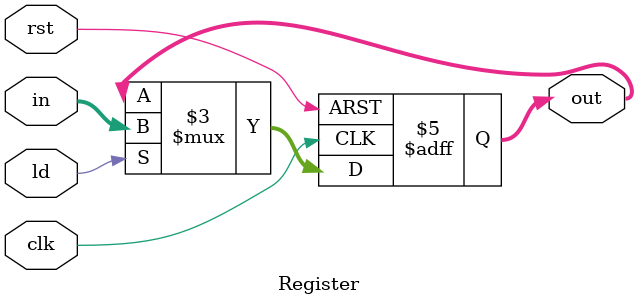
<source format=v>
module Register#(parameter SIZE = 19) (input clk, rst, input[SIZE:0] in, input ld, output reg[SIZE:0] out);
	always @(posedge clk or posedge rst) begin
		if (rst) begin
			// reset
			out = 0;
		end
		else if (clk) begin
			if(ld)
				out = in;
		end
	end
endmodule
</source>
